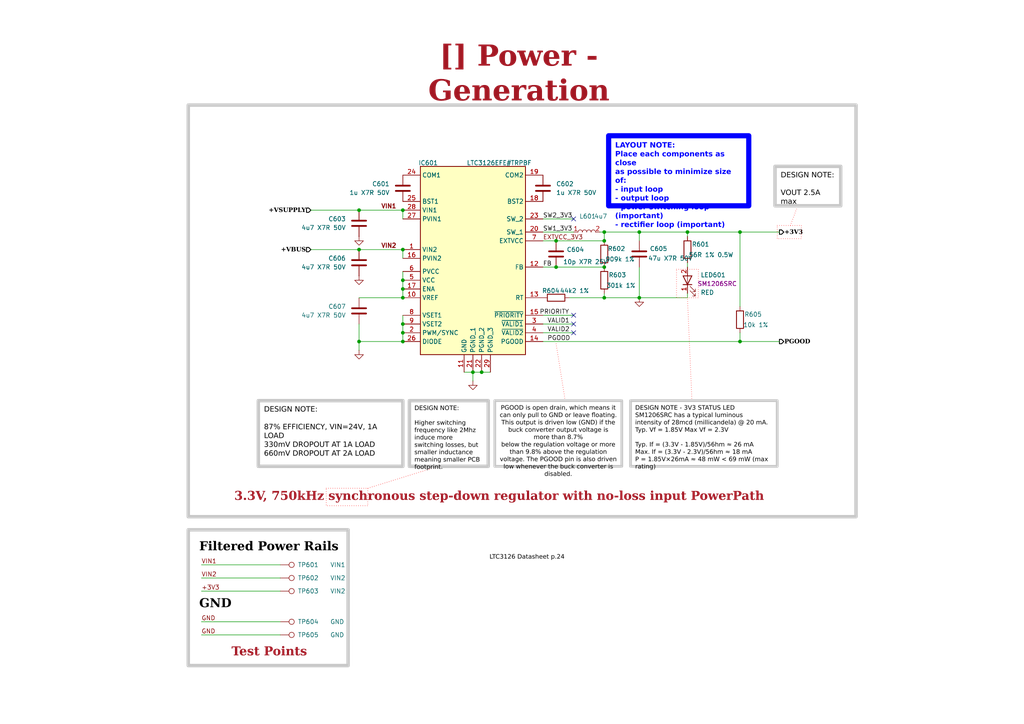
<source format=kicad_sch>
(kicad_sch (version 20231120) (generator "eeschema") (generator_version "8.0")
  (paper "A4")
  (title_block (title "Power - Generation") (date "Last Modified Date") (rev "${REVISION}") (company "${COMPANY}"))
  (lib_symbols
    (symbol "Charge_Manager_SYM:IMC0805ER4R7J01" (pin_names hide)
      (property "Reference" "L" (at -0.508 6.858 0))
      (property "Value" "4u7" (at -1.27 5.08 0))
      (property "Manufacturer_Part_Number" "IMC0805ER4R7J01" (at -0.254 2.54 0))
      (symbol "IMC0805ER4R7J01_0_1"
        (arc (start -1.27 0) (mid -1.905 0.6323) (end -2.54 0))
        (arc (start 0 0) (mid -0.635 0.6323) (end -1.27 0))
        (arc (start 1.27 0) (mid 0.635 0.6323) (end 0 0))
        (arc (start 2.54 0) (mid 1.905 0.6323) (end 1.27 0))
      )
      (symbol "IMC0805ER4R7J01_1_1"
        (pin passive line (at -3.81 0 0) (length 1.27) (name "1") (number "1"))
        (pin passive line (at 3.81 0 180) (length 1.27) (name "2") (number "2"))
      )
    )
    (symbol "Charge_Manager_SYM:SM1206SRC" (pin_names hide)
      (property "Reference" "LED601" (at 8.89 -3.81 90))
      (property "Value" "SM1206SRC" (at 6.35 -3.81 90))
      (symbol "SM1206SRC_0_1"
        (polyline (pts (xy 0 -1.27) (xy 0 1.27)) (stroke (width 0.254)))
        (polyline (pts (xy 0 0) (xy 2.54 0)))
        (polyline (pts (xy 2.54 -1.27) (xy 2.54 1.27) (xy 0 0) (xy 2.54 -1.27)) (stroke (width 0.254)))
        (polyline (pts (xy -1.778 -0.762) (xy -3.302 -2.286) (xy -2.54 -2.286) (xy -3.302 -2.286) (xy -3.302 -1.524)))
        (polyline (pts (xy -0.508 -0.762) (xy -2.032 -2.286) (xy -1.27 -2.286) (xy -2.032 -2.286) (xy -2.032 -1.524)))
      )
      (symbol "SM1206SRC_1_1"
        (pin passive line (at -2.54 0 0) (length 2.54) (name "K") (number "1"))
        (pin passive line (at 5.08 0 180) (length 2.54) (name "A") (number "2"))
      )
    )
    (symbol "Connector:TestPoint" (pin_numbers hide) (pin_names (offset 0.762) hide)
      (property "Reference" "TP" (at 0 6.858 0))
      (property "Value" "TestPoint" (at 0 5.08 0))
      (symbol "TestPoint_0_1"
        (circle (center 0 3.302) (radius 0.762))
      )
      (symbol "TestPoint_1_1"
        (pin passive line (at 0 0 90) (length 2.54) (name "1") (number "1"))
      )
    )
    (symbol "Device:C" (pin_numbers hide) (pin_names (offset 0.254))
      (property "Reference" "C" (at 0.635 2.54 0))
      (property "Value" "C" (at 0.635 -2.54 0))
      (symbol "C_0_1"
        (polyline (pts (xy -2.032 -0.762) (xy 2.032 -0.762)) (stroke (width 0.508)))
        (polyline (pts (xy -2.032 0.762) (xy 2.032 0.762)) (stroke (width 0.508)))
      )
      (symbol "C_1_1"
        (pin passive line (at 0 3.81 270) (length 2.794) (name "~") (number "1"))
        (pin passive line (at 0 -3.81 90) (length 2.794) (name "~") (number "2"))
      )
    )
    (symbol "Device:R" (pin_numbers hide) (pin_names (offset 0))
      (property "Reference" "R" (at 2.032 0 90))
      (property "Value" "R" (at 0 0 90))
      (symbol "R_0_1"
        (rectangle (start -1.016 -2.54) (end 1.016 2.54) (stroke (width 0.254)))
      )
      (symbol "R_1_1"
        (pin passive line (at 0 3.81 270) (length 1.27) (name "~") (number "1"))
        (pin passive line (at 0 -3.81 90) (length 1.27) (name "~") (number "2"))
      )
    )
    (symbol "LTC3126EFE#TRPBF:LTC3126EFE#TRPBF"
      (property "Reference" "IC1" (at 6.096 9.906 0))
      (property "Value" "LTC3126EFE#TRPBF" (at 27.94 9.906 0))
      (symbol "LTC3126EFE#TRPBF_1_1"
        (rectangle (start 5.08 8.89) (end 35.56 -45.72) (stroke (width 0.254)) (fill (type background)))
        (pin passive line (at 0 -15.24 0) (length 5.08) (name "VIN2") (number "1"))
        (pin passive line (at 0 -29.21 0) (length 5.08) (name "VREF") (number "10"))
        (pin passive line (at 17.78 -50.8 90) (length 5.08) (name "GND") (number "11"))
        (pin passive line (at 40.64 -20.32 180) (length 5.08) (name "FB") (number "12"))
        (pin passive line (at 40.64 -29.21 180) (length 5.08) (name "RT") (number "13"))
        (pin passive line (at 40.64 -41.91 180) (length 5.08) (name "PGOOD") (number "14"))
        (pin passive line (at 40.64 -34.29 180) (length 5.08) (name "~{PRIORITY}") (number "15"))
        (pin passive line (at 0 -17.78 0) (length 5.08) (name "PVIN2") (number "16"))
        (pin passive line (at 0 -26.67 0) (length 5.08) (name "ENA") (number "17"))
        (pin passive line (at 40.64 -1.27 180) (length 5.08) (name "BST2") (number "18"))
        (pin passive line (at 40.64 6.35 180) (length 5.08) (name "COM2") (number "19"))
        (pin passive line (at 0 -39.37 0) (length 5.08) (name "PWM/SYNC") (number "2"))
        (pin passive line (at 40.64 -10.16 180) (length 5.08) (name "SW_1") (number "20"))
        (pin passive line (at 20.32 -50.8 90) (length 5.08) (name "PGND_1") (number "21"))
        (pin passive line (at 22.86 -50.8 90) (length 5.08) (name "PGND_2") (number "22"))
        (pin passive line (at 40.64 -6.35 180) (length 5.08) (name "SW_2") (number "23"))
        (pin passive line (at 0 6.35 0) (length 5.08) (name "COM1") (number "24"))
        (pin passive line (at 0 -1.27 0) (length 5.08) (name "BST1") (number "25"))
        (pin passive line (at 0 -41.91 0) (length 5.08) (name "DIODE") (number "26"))
        (pin passive line (at 0 -6.35 0) (length 5.08) (name "PVIN1") (number "27"))
        (pin passive line (at 0 -3.81 0) (length 5.08) (name "VIN1") (number "28"))
        (pin passive line (at 25.4 -50.8 90) (length 5.08) (name "PGND_3") (number "29"))
        (pin passive line (at 40.64 -36.83 180) (length 5.08) (name "~{VALID1}") (number "3"))
        (pin passive line (at 40.64 -39.37 180) (length 5.08) (name "~{VALID2}") (number "4"))
        (pin passive line (at 0 -24.13 0) (length 5.08) (name "VCC") (number "5"))
        (pin passive line (at 0 -21.59 0) (length 5.08) (name "PVCC") (number "6"))
        (pin passive line (at 40.64 -12.7 180) (length 5.08) (name "EXTVCC") (number "7"))
        (pin passive line (at 0 -34.29 0) (length 5.08) (name "VSET1") (number "8"))
        (pin passive line (at 0 -36.83 0) (length 5.08) (name "VSET2") (number "9"))
      )
    )
    (symbol "power:GND" (power) (pin_numbers hide) (pin_names (offset 0) hide)
      (property "Value" "GND" (at 0 -3.81 0))
      (symbol "GND_0_1"
        (polyline (pts (xy 0 0) (xy 0 -1.27) (xy 1.27 -1.27) (xy 0 -2.54) (xy -1.27 -1.27) (xy 0 -1.27)))
      )
      (symbol "GND_1_1"
        (pin power_in line (at 0 0 270) (length 0) (name "~") (number "1"))
      )
    )
  )
  (junction (at 185.42 67.31))
  (junction (at 104.14 60.96))
  (junction (at 175.26 67.31))
  (junction (at 104.14 99.06))
  (junction (at 116.84 83.82))
  (junction (at 116.84 86.36))
  (junction (at 214.63 67.31))
  (junction (at 116.84 60.96))
  (junction (at 175.26 86.36))
  (junction (at 199.39 67.31))
  (junction (at 116.84 72.39))
  (junction (at 116.84 96.52))
  (junction (at 214.63 99.06))
  (junction (at 116.84 81.28))
  (junction (at 139.7 107.95))
  (junction (at 175.26 69.85))
  (junction (at 161.29 69.85))
  (junction (at 137.16 107.95))
  (junction (at 175.26 77.47))
  (junction (at 116.84 99.06))
  (junction (at 161.29 77.47))
  (junction (at 185.42 86.36))
  (junction (at 104.14 72.39))
  (junction (at 116.84 93.98))
  (no_connect (at 166.37 96.52))
  (no_connect (at 166.37 91.44))
  (no_connect (at 166.37 63.5))
  (no_connect (at 166.37 93.98))
  (wire (pts (xy 175.26 67.31) (xy 175.26 69.85)))
  (wire (pts (xy 199.39 68.58) (xy 199.39 67.31)))
  (wire (pts (xy 137.16 107.95) (xy 137.16 110.49)))
  (wire (pts (xy 137.16 107.95) (xy 139.7 107.95)))
  (wire (pts (xy 199.39 85.09) (xy 199.39 86.36)))
  (wire (pts (xy 214.63 96.52) (xy 214.63 99.06)))
  (wire (pts (xy 185.42 86.36) (xy 199.39 86.36)))
  (wire (pts (xy 157.48 63.5) (xy 166.37 63.5)))
  (wire (pts (xy 116.84 78.74) (xy 116.84 81.28)))
  (wire (pts (xy 157.48 91.44) (xy 166.37 91.44)))
  (wire (pts (xy 214.63 67.31) (xy 226.06 67.31)))
  (wire (pts (xy 175.26 85.09) (xy 175.26 86.36)))
  (wire (pts (xy 58.42 180.34) (xy 81.28 180.34)))
  (wire (pts (xy 161.29 69.85) (xy 175.26 69.85)))
  (wire (pts (xy 116.84 83.82) (xy 116.84 86.36)))
  (wire (pts (xy 214.63 99.06) (xy 226.06 99.06)))
  (wire (pts (xy 116.84 60.96) (xy 116.84 63.5)))
  (wire (pts (xy 116.84 91.44) (xy 116.84 93.98)))
  (wire (pts (xy 175.26 67.31) (xy 185.42 67.31)))
  (wire (pts (xy 173.99 67.31) (xy 175.26 67.31)))
  (wire (pts (xy 58.42 171.45) (xy 81.28 171.45)))
  (wire (pts (xy 161.29 77.47) (xy 175.26 77.47)))
  (wire (pts (xy 116.84 72.39) (xy 116.84 74.93)))
  (wire (pts (xy 116.84 81.28) (xy 116.84 83.82)))
  (wire (pts (xy 185.42 67.31) (xy 185.42 69.85)))
  (wire (pts (xy 90.17 72.39) (xy 104.14 72.39)))
  (polyline (pts (xy 125.095 135.89) (xy 106.68 141.605)) (stroke (width 0) (type dot) (color 255 0 0 1)))
  (wire (pts (xy 165.1 86.36) (xy 175.26 86.36)))
  (polyline (pts (xy 200.66 115.57) (xy 199.39 86.36)) (stroke (width 0) (type dot) (color 255 0 0 1)))
  (wire (pts (xy 58.42 163.83) (xy 81.28 163.83)))
  (wire (pts (xy 90.17 60.96) (xy 104.14 60.96)))
  (wire (pts (xy 139.7 107.95) (xy 142.24 107.95)))
  (wire (pts (xy 157.48 69.85) (xy 161.29 69.85)))
  (wire (pts (xy 157.48 77.47) (xy 161.29 77.47)))
  (wire (pts (xy 185.42 67.31) (xy 199.39 67.31)))
  (polyline (pts (xy 161.29 99.695) (xy 163.83 115.57)) (stroke (width 0) (type dot) (color 255 0 0 1)))
  (wire (pts (xy 157.48 96.52) (xy 166.37 96.52)))
  (wire (pts (xy 58.42 184.15) (xy 81.28 184.15)))
  (wire (pts (xy 134.62 107.95) (xy 137.16 107.95)))
  (wire (pts (xy 157.48 93.98) (xy 166.37 93.98)))
  (wire (pts (xy 58.42 167.64) (xy 81.28 167.64)))
  (wire (pts (xy 214.63 67.31) (xy 214.63 88.9)))
  (wire (pts (xy 199.39 67.31) (xy 214.63 67.31)))
  (wire (pts (xy 116.84 96.52) (xy 116.84 99.06)))
  (polyline (pts (xy 229.235 65.405) (xy 231.14 60.325)) (stroke (width 0) (type dot) (color 255 0 0 1)))
  (wire (pts (xy 104.14 101.6) (xy 104.14 99.06)))
  (wire (pts (xy 104.14 99.06) (xy 104.14 93.98)))
  (wire (pts (xy 175.26 86.36) (xy 185.42 86.36)))
  (wire (pts (xy 199.39 76.2) (xy 199.39 77.47)))
  (wire (pts (xy 116.84 93.98) (xy 116.84 96.52)))
  (wire (pts (xy 104.14 99.06) (xy 116.84 99.06)))
  (wire (pts (xy 157.48 67.31) (xy 166.37 67.31)))
  (wire (pts (xy 104.14 72.39) (xy 116.84 72.39)))
  (wire (pts (xy 104.14 86.36) (xy 116.84 86.36)))
  (wire (pts (xy 185.42 86.36) (xy 185.42 77.47)))
  (wire (pts (xy 104.14 60.96) (xy 116.84 60.96)))
  (wire (pts (xy 157.48 99.06) (xy 214.63 99.06)))
  (rectangle (start 225.425 65.405) (end 232.41 69.215) (stroke (width 0) (type dot) (color 255 0 0 1)))
  (rectangle (start 196.215 78.105) (end 202.565 86.36) (stroke (width 0) (type dot) (color 255 0 0 1)))
  (rectangle (start 54.61 153.67) (end 100.965 193.04) (stroke (width 1) (color 200 200 200 1)))
  (rectangle (start 54.61 30.48) (end 248.285 149.86) (stroke (width 1) (color 200 200 200 1)))
  (rectangle (start 94.615 141.605) (end 106.68 146.685) (stroke (width 0) (type dot) (color 255 0 0 1)))
  (text_box "DESIGN NOTE:\n\nHigher switching frequency like 2Mhz induce more switching losses, but smaller inductance meaning smaller PCB footprint." (at 118.745 116.205 0) (size 22.86 19.05) (stroke (width 1) (color 200 200 200 1)) (effects (font (size 1.27 1.27)) (justify left top)))
  (text_box "Test Points" (at 54.61 182.88 0) (size 46.99 9.525) (stroke (width -0.0001)) (effects (font (size 2.54 2.54) (thickness 0.508) (bold yes)) (justify bottom)))
  (text_box "LAYOUT NOTE:\nPlace each components as close \nas possible to minimize size of: \n- input loop\n- output loop\n- power switching loop (important)\n- rectifier loop (important)" (at 176.53 39.37 0) (size 40.64 20.32) (stroke (width 1.5) (color 0 0 255 1)) (effects (font (size 1.524 1.524) (thickness 0.4) (bold yes)) (justify left top)))
  (text_box "GND" (at 55.88 170.18 0) (size 64.77 8.255) (stroke (width -0.0001)) (effects (font (size 2.54 2.54) (thickness 0.508) (bold yes)) (justify left bottom)))
  (text_box "Filtered Power Rails" (at 55.88 152.4 0) (size 64.77 9.525) (stroke (width -0.0001)) (effects (font (size 2.54 2.54) (thickness 0.508) (bold yes)) (justify left bottom)))
  (text_box "DESIGN NOTE:\n\nVOUT 2.5A max" (at 224.79 48.26 0) (size 19.05 11.43) (stroke (width 1) (color 200 200 200 1)) (effects (font (size 1.524 1.524)) (justify left top)))
  (text_box "DESIGN NOTE - 3V3 STATUS LED\nSM1206SRC has a typical luminous \nintensity of 28mcd (millicandela) @ 20 mA.\nTyp. Vf = 1.85V Max Vf = 2.3V\n\nTyp. If = (3.3V - 1.85V)/56hm ≈ 26 mA\nMax. If = (3.3V - 2.3V)/56hm ≈ 18 mA\nP = 1.85V×26mA ≈ 48 mW < 69 mW (max rating)" (at 182.88 116.205 0) (size 42.545 19.05) (stroke (width 0.8) (color 200 200 200 1)) (effects (font (size 1.27 1.27)) (justify left top)))
  (text_box "[${#}] ${TITLE}" (at 100.965 15.24 0) (size 99.06 12.7) (stroke (width -0.0001)) (effects (font (size 6 6) (thickness 1.2) (bold yes))))
  (text_box "PGOOD is open drain, which means it can only pull to GND or leave floating.\nThis output is driven low (GND) if the buck converter output voltage is more than 8.7%\nbelow the regulation voltage or more than 9.8% above the regulation voltage. The PGOOD pin is also driven low whenever the buck converter is disabled." (at 143.51 116.205 0) (size 36.83 19.05) (stroke (width 0.7874) (color 200 200 200 1)) (effects (font (size 1.27 1.27)) (justify top)))
  (text_box "3.3V, 750kHz synchronous step-down regulator with no-loss input PowerPath" (at 49.53 139.7 0) (size 190.5 7.62) (stroke (width -0.0001)) (effects (font (size 2.54 2.54) (thickness 0.508) (bold yes)) (justify bottom)))
  (text_box "DESIGN NOTE:\n\n87% EFFICIENCY, VIN=24V, 1A LOAD\n330mV DROPOUT AT 1A LOAD\n660mV DROPOUT AT 2A LOAD\n" (at 74.93 116.205 0) (size 41.91 19.05) (stroke (width 1) (color 200 200 200 1)) (effects (font (size 1.524 1.524)) (justify left top)))
  (text "LTC3126 Datasheet p.24" (at 141.986 162.814 0) (effects (font (size 1.27 1.27)) (justify left bottom)))
  (label "SW2_3V3" (at 157.48 63.5 0))
  (label "VIN2" (at 110.49 72.39 0) (effects (font (thickness 0.254) (bold yes))))
  (label "VALID1" (at 158.75 93.98 0))
  (label "GND" (at 58.42 184.15 0) (property "Netclass" "GND" (effects (hide yes))))
  (label "VALID2" (at 158.75 96.52 0))
  (label "PRIORITY" (at 165.1 91.44 180))
  (label "SW1_3V3" (at 157.48 67.31 0))
  (label "VIN1" (at 110.49 60.96 0) (effects (font (thickness 0.254) (bold yes))))
  (label "PGOOD" (at 158.75 99.06 0))
  (label "FB" (at 157.48 77.47 0))
  (label "VIN2" (at 58.42 167.64 0) (property "Netclass" "+VBUS" (effects (hide yes))))
  (label "EXTVCC_3V3" (at 157.48 69.85 0))
  (label "GND" (at 58.42 180.34 0) (property "Netclass" "GND" (effects (hide yes))))
  (label "+3V3" (at 58.42 171.45 0) (property "Netclass" "+3V3" (effects (hide yes))))
  (label "VIN1" (at 58.42 163.83 0) (property "Netclass" "+24V" (effects (hide yes))))
  (hierarchical_label "+VBUS" (shape input) (at 90.17 72.39 180) (effects (font (thickness 0.254) (bold yes))) (property "Netclass" "+VBUS" (effects (hide yes))))
  (hierarchical_label "+3V3" (shape output) (at 226.06 67.31 0) (effects (font (thickness 0.254) (bold yes))) (property "Netclass" "+3V3" (effects (hide yes))))
  (hierarchical_label "PGOOD" (shape output) (at 226.06 99.06 0) (effects (font (thickness 0.254) (bold yes))) (property "Netclass" "Default" (effects (hide yes))))
  (hierarchical_label "+VSUPPLY" (shape input) (at 90.17 60.96 180) (effects (font (thickness 0.254) (bold yes))) (property "Netclass" "+VSUPPLY" (effects (hide yes))))
  (symbol (lib_id "power:GND") (at 185.42 86.36 0) (unit 1)
    (property "Reference" "#PWR0603" (effects (hide yes)))
    (property "Value" "GND" (effects (hide yes)))
    (property "Description" "Power symbol creates a global label with name \"GND\" , ground" (effects (hide yes)))
  )
  (symbol (lib_id "Device:R") (at 175.26 81.28 0) (unit 1)
    (property "Reference" "R603" (at 179.07 79.756 0))
    (property "Value" "301k 1%" (at 180.086 82.804 0))
    (property "Description" "Resistor" (effects (hide yes)))
  )
  (symbol (lib_id "power:GND") (at 137.16 110.49 0) (unit 1)
    (property "Reference" "#PWR0605" (effects (hide yes)))
    (property "Value" "GND" (effects (hide yes)))
    (property "Description" "Power symbol creates a global label with name \"GND\" , ground" (effects (hide yes)))
  )
  (symbol (lib_id "LTC3126EFE#TRPBF:LTC3126EFE#TRPBF") (at 116.84 57.15 0) (unit 1)
    (property "Reference" "IC601" (at 124.206 47.244 0))
    (property "Value" "LTC3126EFE#TRPBF" (at 144.78 47.244 0))
    (property "Footprint" "SOP65P640X120-29N" (effects (hide yes)))
    (property "Datasheet" "https://datasheet.datasheetarchive.com/originals/distributors/DKDS-7/131944.pdf" (effects (hide yes)))
    (property "Description" "Switching Voltage Regulators 42V, 2.5A Synchronous Step-Down Regulator with Lossless PowerPath" (effects (hide yes)))
    (property "Manufacturer Part Number" "LTC3126EFE#TRPBF" (effects (hide yes)))
    (property "Manufacturer" "Analog Devices" (effects (hide yes)))
    (property "Supplier Part Number" "584-LTC3126EFE#TRPBF" (effects (hide yes)))
    (property "Supplier" "Mouser Electronics" (effects (hide yes)))
  )
  (symbol (lib_id "Device:R") (at 199.39 72.39 0) (unit 1)
    (property "Reference" "R601" (at 203.2 70.866 0))
    (property "Value" "56R 1% 0.5W" (at 206.248 73.914 0))
    (property "Description" "Resistor" (effects (hide yes)))
  )
  (symbol (lib_id "power:GND") (at 104.14 80.01 0) (unit 1)
    (property "Reference" "#PWR0602" (effects (hide yes)))
    (property "Value" "GND" (effects (hide yes)))
    (property "Description" "Power symbol creates a global label with name \"GND\" , ground" (effects (hide yes)))
  )
  (symbol (lib_id "Device:C") (at 185.42 73.66 0) (mirror x) (unit 1)
    (property "Reference" "C605" (at 188.468 72.136 0) (effects (justify left)))
    (property "Value" "47u X7R 50V" (at 187.96 74.93 0) (effects (justify left)))
    (property "Description" "Unpolarized capacitor" (effects (hide yes)))
  )
  (symbol (lib_id "Connector:TestPoint") (at 81.28 180.34 270) (mirror x) (unit 1)
    (property "Reference" "TP604" (at 86.36 180.34 90) (effects (justify left)))
    (property "Value" "GND" (at 95.758 180.34 90) (effects (justify left)))
    (property "Description" "test point" (effects (hide yes)))
  )
  (symbol (lib_id "Device:C") (at 104.14 90.17 0) (mirror y) (unit 1)
    (property "Reference" "C607" (at 100.33 88.9 0) (effects (justify left)))
    (property "Value" "4u7 X7R 50V" (at 100.33 91.44 0) (effects (justify left)))
    (property "Description" "Unpolarized capacitor" (effects (hide yes)))
  )
  (symbol (lib_id "Device:R") (at 214.63 92.71 0) (unit 1)
    (property "Reference" "R605" (at 218.44 91.186 0))
    (property "Value" "10k 1%" (at 219.202 94.234 0))
    (property "Description" "Resistor" (effects (hide yes)))
  )
  (symbol (lib_id "Connector:TestPoint") (at 81.28 171.45 270) (mirror x) (unit 1)
    (property "Reference" "TP603" (at 86.36 171.45 90) (effects (justify left)))
    (property "Value" "VIN2" (at 95.758 171.45 90) (effects (justify left)))
    (property "Description" "test point" (effects (hide yes)))
  )
  (symbol (lib_id "Charge_Manager_SYM:IMC0805ER4R7J01") (at 170.18 67.31 0) (unit 1)
    (property "Reference" "L601" (at 170.434 62.738 0))
    (property "Value" "4u7" (at 174.244 62.738 0))
    (property "Footprint" "INDC2012X140N" (effects (hide yes)))
    (property "Datasheet" "https://www.vishay.com/docs/34115/imc08051.pdf" (effects (hide yes)))
    (property "Description" "Fixed Inductors 4.7uH 5%" (effects (hide yes)))
    (property "Manufacturer Part Number" "IMC0805ER4R7J01" (effects (hide yes)))
    (property "Manufacturer" "Vishay" (effects (hide yes)))
    (property "Supplier Part Number" "70-IMC0805ER4R7J01" (effects (hide yes)))
    (property "Supplier" "Mouser Electronics" (effects (hide yes)))
  )
  (symbol (lib_id "Connector:TestPoint") (at 81.28 184.15 270) (mirror x) (unit 1)
    (property "Reference" "TP605" (at 86.36 184.15 90) (effects (justify left)))
    (property "Value" "GND" (at 95.758 184.15 90) (effects (justify left)))
    (property "Description" "test point" (effects (hide yes)))
  )
  (symbol (lib_id "Charge_Manager_SYM:SM1206SRC") (at 199.39 82.55 90) (unit 1)
    (property "Reference" "LED601" (at 203.2 79.756 90) (effects (justify right)))
    (property "Value" "RED" (at 203.2 84.836 90) (effects (justify right)))
    (property "Footprint" "SM1206SRC" (effects (hide yes)))
    (property "Datasheet" "https://www.bivar.com/parts_content/Datasheets/SM1206SRC.pdf" (effects (hide yes)))
    (property "Description" "Red 640nm LED Indication - Discrete 1.85V 1206 (3216 Metric)" (effects (hide yes)))
    (property "Manufacturer Part Number" "SM1206SRC" (at 208.026 82.296 90))
    (property "Manufacturer" "Bivar" (effects (hide yes)))
    (property "Supplier Part Number" "749-SM1206SRC" (effects (hide yes)))
    (property "Supplier" "Mouser Electronics" (effects (hide yes)))
  )
  (symbol (lib_id "power:GND") (at 104.14 101.6 0) (unit 1)
    (property "Reference" "#PWR0604" (effects (hide yes)))
    (property "Value" "GND" (effects (hide yes)))
    (property "Description" "Power symbol creates a global label with name \"GND\" , ground" (effects (hide yes)))
  )
  (symbol (lib_id "Device:R") (at 175.26 73.66 0) (unit 1)
    (property "Reference" "R602" (at 178.816 72.136 0))
    (property "Value" "909k 1%" (at 179.832 75.184 0))
    (property "Description" "Resistor" (effects (hide yes)))
  )
  (symbol (lib_id "Device:C") (at 161.29 73.66 0) (unit 1)
    (property "Reference" "C604" (at 164.338 72.39 0) (effects (justify left)))
    (property "Value" "10p X7R 25V" (at 163.322 75.946 0) (effects (justify left)))
    (property "Description" "Unpolarized capacitor" (effects (hide yes)))
  )
  (symbol (lib_id "Connector:TestPoint") (at 81.28 163.83 270) (mirror x) (unit 1)
    (property "Reference" "TP601" (at 86.36 163.83 90) (effects (justify left)))
    (property "Value" "VIN1" (at 95.758 163.83 90) (effects (justify left)))
    (property "Description" "test point" (effects (hide yes)))
  )
  (symbol (lib_id "power:GND") (at 104.14 68.58 0) (unit 1)
    (property "Reference" "#PWR0601" (effects (hide yes)))
    (property "Value" "GND" (effects (hide yes)))
    (property "Description" "Power symbol creates a global label with name \"GND\" , ground" (effects (hide yes)))
  )
  (symbol (lib_id "Connector:TestPoint") (at 81.28 167.64 270) (mirror x) (unit 1)
    (property "Reference" "TP602" (at 86.36 167.64 90) (effects (justify left)))
    (property "Value" "VIN2" (at 95.758 167.64 90) (effects (justify left)))
    (property "Description" "test point" (effects (hide yes)))
  )
  (symbol (lib_id "Device:C") (at 116.84 54.61 0) (mirror y) (unit 1)
    (property "Reference" "C601" (at 113.03 53.34 0) (effects (justify left)))
    (property "Value" "1u X7R 50V" (at 113.03 55.88 0) (effects (justify left)))
    (property "Description" "Unpolarized capacitor" (effects (hide yes)))
  )
  (symbol (lib_id "Device:R") (at 161.29 86.36 90) (unit 1)
    (property "Reference" "R604" (at 159.766 84.328 90))
    (property "Value" "44k2 1%" (at 166.624 84.328 90))
    (property "Description" "Resistor" (effects (hide yes)))
  )
  (symbol (lib_id "Device:C") (at 104.14 76.2 0) (mirror y) (unit 1)
    (property "Reference" "C606" (at 100.33 74.93 0) (effects (justify left)))
    (property "Value" "4u7 X7R 50V" (at 100.33 77.47 0) (effects (justify left)))
    (property "Description" "Unpolarized capacitor" (effects (hide yes)))
  )
  (symbol (lib_id "Device:C") (at 104.14 64.77 0) (mirror y) (unit 1)
    (property "Reference" "C603" (at 100.33 63.5 0) (effects (justify left)))
    (property "Value" "4u7 X7R 50V" (at 100.33 66.04 0) (effects (justify left)))
    (property "Description" "Unpolarized capacitor" (effects (hide yes)))
  )
  (symbol (lib_id "Device:C") (at 157.48 54.61 0) (unit 1)
    (property "Reference" "C602" (at 161.29 53.34 0) (effects (justify left)))
    (property "Value" "1u X7R 50V" (at 161.29 55.88 0) (effects (justify left)))
    (property "Description" "Unpolarized capacitor" (effects (hide yes)))
  )
)
</source>
